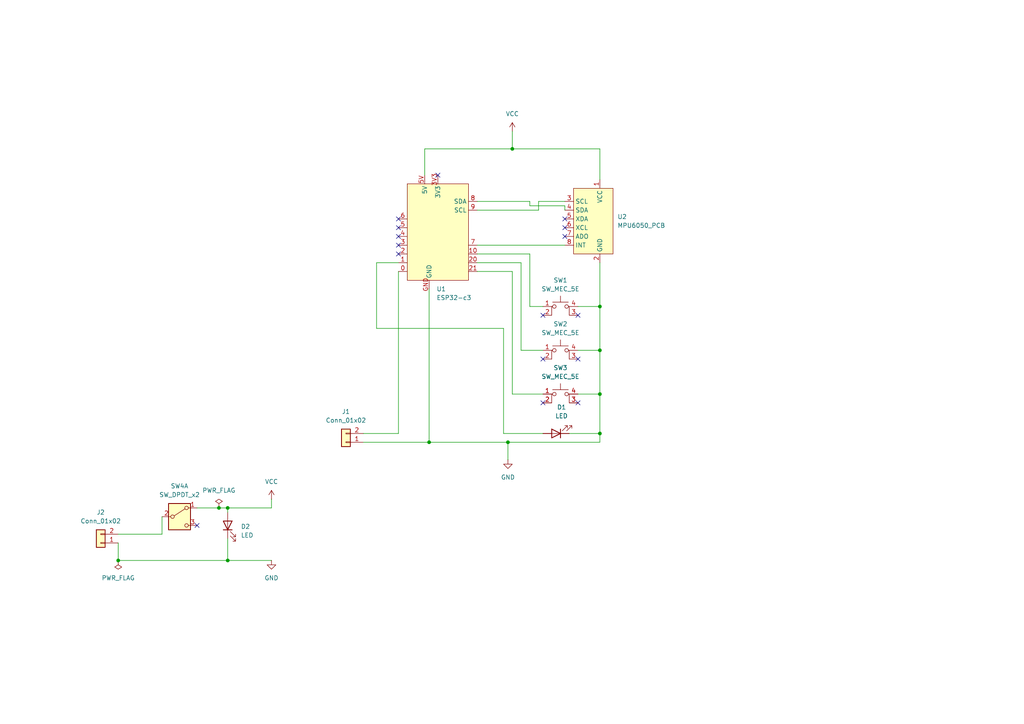
<source format=kicad_sch>
(kicad_sch (version 20250114) (generator "eeschema") (generator_version "9.0")
  (paper "A4")
  (title_block (title "Zařízení na snímání gest") (date "2025-09-20") (company "Štěpán Bílek"))
  (lib_symbols
    (symbol "Connector_Generic:Conn_01x02" (pin_names (offset 1.016) (hide yes))
      (property "Reference" "J" (at 0 2.54 0))
      (property "Value" "Conn_01x02" (at 0 -5.08 0))
      (symbol "Conn_01x02_1_1"
        (rectangle (start -1.27 1.27) (end 1.27 -3.81) (stroke (width 0.254)) (fill (type background)))
        (rectangle (start -1.27 0.127) (end 0 -0.127) (stroke (width 0.1524)))
        (rectangle (start -1.27 -2.413) (end 0 -2.667) (stroke (width 0.1524)))
        (pin passive line (at -5.08 0 0) (length 3.81) (name "Pin_1") (number "1"))
        (pin passive line (at -5.08 -2.54 0) (length 3.81) (name "Pin_2") (number "2"))
      )
    )
    (symbol "Device:LED" (pin_numbers (hide yes)) (pin_names (offset 1.016) (hide yes))
      (property "Reference" "D" (at 0 2.54 0))
      (property "Value" "LED" (at 0 -2.54 0))
      (symbol "LED_0_1"
        (polyline (pts (xy -3.048 -0.762) (xy -4.572 -2.286) (xy -3.81 -2.286) (xy -4.572 -2.286) (xy -4.572 -1.524)))
        (polyline (pts (xy -1.778 -0.762) (xy -3.302 -2.286) (xy -2.54 -2.286) (xy -3.302 -2.286) (xy -3.302 -1.524)))
        (polyline (pts (xy -1.27 0) (xy 1.27 0)))
        (polyline (pts (xy -1.27 -1.27) (xy -1.27 1.27)) (stroke (width 0.254)))
        (polyline (pts (xy 1.27 -1.27) (xy 1.27 1.27) (xy -1.27 0) (xy 1.27 -1.27)) (stroke (width 0.254)))
      )
      (symbol "LED_1_1"
        (pin passive line (at -3.81 0 0) (length 2.54) (name "K") (number "1"))
        (pin passive line (at 3.81 0 180) (length 2.54) (name "A") (number "2"))
      )
    )
    (symbol "ESP_moje:ESP-C3-SUPERMINI"
      (property "Reference" "U" (at 8.382 8.636 0))
      (symbol "ESP-C3-SUPERMINI_1_1"
        (rectangle (start 7.62 7.62) (end 25.4 -20.32) (fill (type background)))
        (pin bidirectional line (at 5.08 -2.54 0) (length 2.54) (name "") (number "6"))
        (pin bidirectional line (at 5.08 -5.08 0) (length 2.54) (name "") (number "5"))
        (pin bidirectional line (at 5.08 -7.62 0) (length 2.54) (name "") (number "4"))
        (pin bidirectional line (at 5.08 -10.16 0) (length 2.54) (name "") (number "3"))
        (pin bidirectional line (at 5.08 -12.7 0) (length 2.54) (name "") (number "2"))
        (pin bidirectional line (at 5.08 -15.24 0) (length 2.54) (name "") (number "1"))
        (pin bidirectional line (at 5.08 -17.78 0) (length 2.54) (name "") (number "0"))
        (pin bidirectional line (at 12.7 10.16 270) (length 2.54) (name "5V") (number "5V"))
        (pin bidirectional line (at 13.97 -22.86 90) (length 2.54) (name "GND") (number "GND"))
        (pin bidirectional line (at 16.51 10.16 270) (length 2.54) (name "3V3") (number "3V3"))
        (pin bidirectional line (at 27.94 2.54 180) (length 2.54) (name "SDA") (number "8"))
        (pin bidirectional line (at 27.94 0 180) (length 2.54) (name "SCL") (number "9"))
        (pin bidirectional line (at 27.94 -10.16 180) (length 2.54) (name "") (number "7"))
        (pin bidirectional line (at 27.94 -12.7 180) (length 2.54) (name "") (number "10"))
        (pin bidirectional line (at 27.94 -15.24 180) (length 2.54) (name "") (number "20"))
        (pin bidirectional line (at 27.94 -17.78 180) (length 2.54) (name "") (number "21"))
      )
    )
    (symbol "Gyro-Akcel_moje:MPU6050-PCB"
      (property "Reference" "U" (at 14.986 13.208 0))
      (symbol "MPU6050-PCB_1_1"
        (rectangle (start 13.97 11.43) (end 25.4 -7.62) (fill (type background)))
        (pin bidirectional line (at 11.43 7.62 0) (length 2.54) (name "SCL") (number "3"))
        (pin bidirectional line (at 11.43 5.08 0) (length 2.54) (name "SDA") (number "4"))
        (pin bidirectional line (at 11.43 2.54 0) (length 2.54) (name "XDA") (number "5"))
        (pin bidirectional line (at 11.43 0 0) (length 2.54) (name "XCL") (number "6"))
        (pin bidirectional line (at 11.43 -2.54 0) (length 2.54) (name "ADO") (number "7"))
        (pin bidirectional line (at 11.43 -5.08 0) (length 2.54) (name "INT") (number "8"))
        (pin input line (at 21.59 13.97 270) (length 2.54) (name "VCC") (number "1"))
        (pin input line (at 21.59 -10.16 90) (length 2.54) (name "GND") (number "2"))
      )
    )
    (symbol "Switch:SW_DPDT_x2" (pin_names (offset 0) (hide yes))
      (property "Reference" "SW" (at 0 5.08 0))
      (property "Value" "SW_DPDT_x2" (at 0 -5.08 0))
      (symbol "SW_DPDT_x2_0_0"
        (circle (center -2.032 0) (radius 0.508))
        (circle (center 2.032 -2.54) (radius 0.508))
      )
      (symbol "SW_DPDT_x2_0_1"
        (rectangle (start -3.175 3.81) (end 3.175 -3.81) (stroke (width 0.254)) (fill (type background)))
        (polyline (pts (xy -1.524 0.254) (xy 1.5748 2.286)))
        (circle (center 2.032 2.54) (radius 0.508))
      )
      (symbol "SW_DPDT_x2_1_1"
        (pin passive line (at -5.08 0 0) (length 2.54) (name "B") (number "2"))
        (pin passive line (at 5.08 2.54 180) (length 2.54) (name "A") (number "1"))
        (pin passive line (at 5.08 -2.54 180) (length 2.54) (name "C") (number "3"))
      )
      (symbol "SW_DPDT_x2_2_1"
        (pin passive line (at -5.08 0 0) (length 2.54) (name "B") (number "5"))
        (pin passive line (at 5.08 2.54 180) (length 2.54) (name "A") (number "4"))
        (pin passive line (at 5.08 -2.54 180) (length 2.54) (name "C") (number "6"))
      )
    )
    (symbol "Switch:SW_MEC_5E" (pin_names (offset 1.016) (hide yes))
      (property "Reference" "SW" (at 0.635 5.715 0))
      (property "Value" "SW_MEC_5E" (at 0 -3.175 0))
      (symbol "SW_MEC_5E_0_1"
        (polyline (pts (xy -2.54 0) (xy -2.54 2.54) (xy -2.286 2.54)))
        (polyline (pts (xy -2.286 3.81) (xy 2.286 3.81)))
        (circle (center -1.778 2.54) (radius 0.508))
        (polyline (pts (xy 0 3.81) (xy 0 5.588)))
        (circle (center 1.778 2.54) (radius 0.508))
        (polyline (pts (xy 2.54 0) (xy 2.54 2.54) (xy 2.286 2.54)))
        (pin passive line (at -5.08 2.54 0) (length 2.54) (name "1") (number "1"))
        (pin passive line (at -5.08 0 0) (length 2.54) (name "2") (number "2"))
        (pin passive line (at 5.08 2.54 180) (length 2.54) (name "A") (number "4"))
        (pin passive line (at 5.08 0 180) (length 2.54) (name "K") (number "3"))
      )
    )
    (symbol "power:GND" (power) (pin_numbers (hide yes)) (pin_names (offset 0) (hide yes))
      (property "Value" "GND" (at 0 -3.81 0))
      (symbol "GND_0_1"
        (polyline (pts (xy 0 0) (xy 0 -1.27) (xy 1.27 -1.27) (xy 0 -2.54) (xy -1.27 -1.27) (xy 0 -1.27)))
      )
      (symbol "GND_1_1"
        (pin power_in line (at 0 0 270) (length 0) (name "~") (number "1"))
      )
    )
    (symbol "power:PWR_FLAG" (power) (pin_numbers (hide yes)) (pin_names (offset 0) (hide yes))
      (property "Value" "PWR_FLAG" (at 0 3.81 0))
      (symbol "PWR_FLAG_0_0"
        (pin power_out line (at 0 0 90) (length 0) (name "~") (number "1"))
      )
      (symbol "PWR_FLAG_0_1"
        (polyline (pts (xy 0 0) (xy 0 1.27) (xy -1.016 1.905) (xy 0 2.54) (xy 1.016 1.905) (xy 0 1.27)))
      )
    )
    (symbol "power:VCC" (power) (pin_numbers (hide yes)) (pin_names (offset 0) (hide yes))
      (property "Value" "VCC" (at 0 3.556 0))
      (symbol "VCC_0_1"
        (polyline (pts (xy -0.762 1.27) (xy 0 2.54)))
        (polyline (pts (xy 0 2.54) (xy 0.762 1.27)))
        (polyline (pts (xy 0 0) (xy 0 2.54)))
      )
      (symbol "VCC_1_1"
        (pin power_in line (at 0 0 90) (length 0) (name "~") (number "1"))
      )
    )
  )
  (junction (at 173.99 114.3))
  (junction (at 124.46 128.27))
  (junction (at 66.04 162.56))
  (junction (at 66.04 147.32))
  (junction (at 63.5 147.32))
  (junction (at 148.59 43.18))
  (junction (at 147.32 128.27))
  (junction (at 173.99 101.6))
  (junction (at 173.99 125.73))
  (junction (at 173.99 88.9))
  (junction (at 34.29 162.56))
  (no_connect (at 57.15 152.4))
  (no_connect (at 163.83 63.5))
  (no_connect (at 157.48 104.14))
  (no_connect (at 157.48 91.44))
  (no_connect (at 163.83 68.58))
  (no_connect (at 115.57 73.66))
  (no_connect (at 115.57 63.5))
  (no_connect (at 115.57 66.04))
  (no_connect (at 167.64 116.84))
  (no_connect (at 167.64 104.14))
  (no_connect (at 163.83 66.04))
  (no_connect (at 127 50.8))
  (no_connect (at 115.57 68.58))
  (no_connect (at 167.64 91.44))
  (no_connect (at 157.48 116.84))
  (no_connect (at 115.57 71.12))
  (wire (pts (xy 138.43 60.96) (xy 156.21 60.96)))
  (wire (pts (xy 34.29 157.48) (xy 34.29 162.56)))
  (wire (pts (xy 115.57 125.73) (xy 115.57 78.74)))
  (wire (pts (xy 123.19 43.18) (xy 123.19 50.8)))
  (wire (pts (xy 57.15 147.32) (xy 63.5 147.32)))
  (wire (pts (xy 124.46 83.82) (xy 124.46 128.27)))
  (wire (pts (xy 173.99 114.3) (xy 173.99 125.73)))
  (wire (pts (xy 157.48 88.9) (xy 153.67 88.9)))
  (wire (pts (xy 148.59 78.74) (xy 138.43 78.74)))
  (wire (pts (xy 66.04 147.32) (xy 78.74 147.32)))
  (wire (pts (xy 167.64 88.9) (xy 173.99 88.9)))
  (wire (pts (xy 173.99 128.27) (xy 147.32 128.27)))
  (wire (pts (xy 173.99 101.6) (xy 173.99 114.3)))
  (wire (pts (xy 115.57 76.2) (xy 109.22 76.2)))
  (wire (pts (xy 147.32 128.27) (xy 124.46 128.27)))
  (wire (pts (xy 153.67 88.9) (xy 153.67 73.66)))
  (wire (pts (xy 173.99 52.07) (xy 173.99 43.18)))
  (wire (pts (xy 156.21 58.42) (xy 163.83 58.42)))
  (wire (pts (xy 138.43 58.42) (xy 153.67 58.42)))
  (wire (pts (xy 109.22 76.2) (xy 109.22 95.25)))
  (wire (pts (xy 173.99 76.2) (xy 173.99 88.9)))
  (wire (pts (xy 167.64 114.3) (xy 173.99 114.3)))
  (wire (pts (xy 151.13 101.6) (xy 151.13 76.2)))
  (wire (pts (xy 66.04 162.56) (xy 78.74 162.56)))
  (wire (pts (xy 147.32 128.27) (xy 147.32 133.35)))
  (wire (pts (xy 146.05 125.73) (xy 157.48 125.73)))
  (wire (pts (xy 46.99 154.94) (xy 46.99 149.86)))
  (wire (pts (xy 138.43 71.12) (xy 163.83 71.12)))
  (wire (pts (xy 156.21 60.96) (xy 156.21 58.42)))
  (wire (pts (xy 153.67 58.42) (xy 153.67 59.69)))
  (wire (pts (xy 167.64 101.6) (xy 173.99 101.6)))
  (wire (pts (xy 151.13 76.2) (xy 138.43 76.2)))
  (wire (pts (xy 157.48 101.6) (xy 151.13 101.6)))
  (wire (pts (xy 34.29 154.94) (xy 46.99 154.94)))
  (wire (pts (xy 173.99 88.9) (xy 173.99 101.6)))
  (wire (pts (xy 138.43 73.66) (xy 153.67 73.66)))
  (wire (pts (xy 173.99 43.18) (xy 148.59 43.18)))
  (wire (pts (xy 153.67 59.69) (xy 163.83 59.69)))
  (wire (pts (xy 173.99 125.73) (xy 173.99 128.27)))
  (wire (pts (xy 148.59 43.18) (xy 123.19 43.18)))
  (wire (pts (xy 66.04 147.32) (xy 66.04 148.59)))
  (wire (pts (xy 165.1 125.73) (xy 173.99 125.73)))
  (wire (pts (xy 34.29 162.56) (xy 66.04 162.56)))
  (wire (pts (xy 109.22 95.25) (xy 146.05 95.25)))
  (wire (pts (xy 66.04 156.21) (xy 66.04 162.56)))
  (wire (pts (xy 105.41 125.73) (xy 115.57 125.73)))
  (wire (pts (xy 146.05 95.25) (xy 146.05 125.73)))
  (wire (pts (xy 148.59 38.1) (xy 148.59 43.18)))
  (wire (pts (xy 163.83 59.69) (xy 163.83 60.96)))
  (wire (pts (xy 148.59 114.3) (xy 148.59 78.74)))
  (wire (pts (xy 157.48 114.3) (xy 148.59 114.3)))
  (wire (pts (xy 105.41 128.27) (xy 124.46 128.27)))
  (wire (pts (xy 78.74 147.32) (xy 78.74 144.78)))
  (wire (pts (xy 63.5 147.32) (xy 66.04 147.32)))
  (symbol (lib_id "Device:LED") (at 66.04 152.4 90) (unit 1)
    (property "Reference" "D2" (at 69.85 152.7174 90) (effects (justify right)))
    (property "Value" "LED" (at 69.85 155.2574 90) (effects (justify right)))
    (property "Footprint" "LED_THT:LED_Oval_W5.2mm_H3.8mm" (effects (hide yes)))
    (property "Description" "Light emitting diode" (effects (hide yes)))
    (property "Sim.Pins" "1=K 2=A" (effects (hide yes)))
  )
  (symbol (lib_id "Switch:SW_MEC_5E") (at 162.56 104.14 0) (unit 1)
    (property "Reference" "SW2" (at 162.56 93.98 0))
    (property "Value" "SW_MEC_5E" (at 162.56 96.52 0))
    (property "Footprint" "Tlacitka:Arduino_tlacitko" (effects (hide yes)))
  )
  (symbol (lib_id "power:GND") (at 147.32 133.35 0) (unit 1)
    (property "Reference" "#PWR02" (effects (hide yes)))
    (property "Value" "GND" (at 147.32 138.43 0))
    (property "Description" "Power symbol creates a global label with name \"GND\" , ground" (effects (hide yes)))
  )
  (symbol (lib_id "Switch:SW_MEC_5E") (at 162.56 116.84 0) (unit 1)
    (property "Reference" "SW3" (at 162.56 106.68 0))
    (property "Value" "SW_MEC_5E" (at 162.56 109.22 0))
    (property "Footprint" "Tlacitka:Arduino_tlacitko" (effects (hide yes)))
  )
  (symbol (lib_id "power:VCC") (at 78.74 144.78 0) (unit 1)
    (property "Reference" "#PWR03" (effects (hide yes)))
    (property "Value" "VCC" (at 78.74 139.7 0))
    (property "Description" "Power symbol creates a global label with name \"VCC\"" (effects (hide yes)))
  )
  (symbol (lib_id "power:GND") (at 78.74 162.56 0) (unit 1)
    (property "Reference" "#PWR04" (effects (hide yes)))
    (property "Value" "GND" (at 78.74 167.64 0))
    (property "Description" "Power symbol creates a global label with name \"GND\" , ground" (effects (hide yes)))
  )
  (symbol (lib_id "Gyro-Akcel_moje:MPU6050-PCB") (at 152.4 66.04 0) (unit 1)
    (property "Reference" "U2" (at 179.07 62.8649 0) (effects (justify left)))
    (property "Value" "MPU6050_PCB" (at 179.07 65.4049 0) (effects (justify left)))
    (property "Footprint" "MPU6050_PCB_moje:MPU6050_PCB_moje" (effects (hide yes)))
  )
  (symbol (lib_id "ESP_moje:ESP-C3-SUPERMINI") (at 110.49 60.96 0) (unit 1)
    (property "Reference" "U1" (at 126.6033 83.82 0) (effects (justify left)))
    (property "Value" "ESP32-c3" (at 126.6033 86.36 0) (effects (justify left)))
    (property "Footprint" "ESP_moje:ESP32-C3-SUPERMINI" (effects (hide yes)))
    (property "Datasheet" "https://dl.artronshop.co.th/ESP32-C3%20SuperMini%20datasheet.pdf" (effects (hide yes)))
  )
  (symbol (lib_id "power:PWR_FLAG") (at 63.5 147.32 0) (unit 1)
    (property "Reference" "#FLG01" (effects (hide yes)))
    (property "Value" "PWR_FLAG" (at 63.5 142.24 0))
    (property "Description" "Special symbol for telling ERC where power comes from" (effects (hide yes)))
  )
  (symbol (lib_id "Connector_Generic:Conn_01x02") (at 29.21 157.48 180) (unit 1)
    (property "Reference" "J2" (at 29.21 148.59 0))
    (property "Value" "Conn_01x02" (at 29.21 151.13 0))
    (property "Footprint" "Konektory_moje:conn_2p_THT_moje" (effects (hide yes)))
    (property "Description" "Generic connector, single row, 01x02, script generated (kicad-library-utils/schlib/autogen/connector/)" (effects (hide yes)))
  )
  (symbol (lib_id "Switch:SW_MEC_5E") (at 162.56 91.44 0) (unit 1)
    (property "Reference" "SW1" (at 162.56 81.28 0))
    (property "Value" "SW_MEC_5E" (at 162.56 83.82 0))
    (property "Footprint" "Tlacitka:Arduino_tlacitko" (effects (hide yes)))
  )
  (symbol (lib_id "power:VCC") (at 148.59 38.1 0) (unit 1)
    (property "Reference" "#PWR01" (effects (hide yes)))
    (property "Value" "VCC" (at 148.59 33.02 0))
    (property "Description" "Power symbol creates a global label with name \"VCC\"" (effects (hide yes)))
  )
  (symbol (lib_id "Switch:SW_DPDT_x2") (at 52.07 149.86 0) (unit 1)
    (property "Reference" "SW4" (at 52.07 140.97 0))
    (property "Value" "SW_DPDT_x2" (at 52.07 143.51 0))
    (property "Footprint" "Tlacitka:KLS_on_on_moje" (effects (hide yes)))
    (property "Description" "Switch, dual pole double throw, separate symbols" (effects (hide yes)))
  )
  (symbol (lib_id "Device:LED") (at 161.29 125.73 180) (unit 1)
    (property "Reference" "D1" (at 162.8775 118.11 0))
    (property "Value" "LED" (at 162.8775 120.65 0))
    (property "Footprint" "LED_THT:LED_Oval_W5.2mm_H3.8mm" (effects (hide yes)))
    (property "Description" "Light emitting diode" (effects (hide yes)))
    (property "Sim.Pins" "1=K 2=A" (effects (hide yes)))
  )
  (symbol (lib_id "Connector_Generic:Conn_01x02") (at 100.33 128.27 180) (unit 1)
    (property "Reference" "J1" (at 100.33 119.38 0))
    (property "Value" "Conn_01x02" (at 100.33 121.92 0))
    (property "Footprint" "Konektory_moje:conn_2p_THT_moje" (effects (hide yes)))
    (property "Description" "Generic connector, single row, 01x02, script generated (kicad-library-utils/schlib/autogen/connector/)" (effects (hide yes)))
  )
  (symbol (lib_id "power:PWR_FLAG") (at 34.29 162.56 180) (unit 1)
    (property "Reference" "#FLG02" (effects (hide yes)))
    (property "Value" "PWR_FLAG" (at 34.29 167.64 0))
    (property "Description" "Special symbol for telling ERC where power comes from" (effects (hide yes)))
  )
)
</source>
